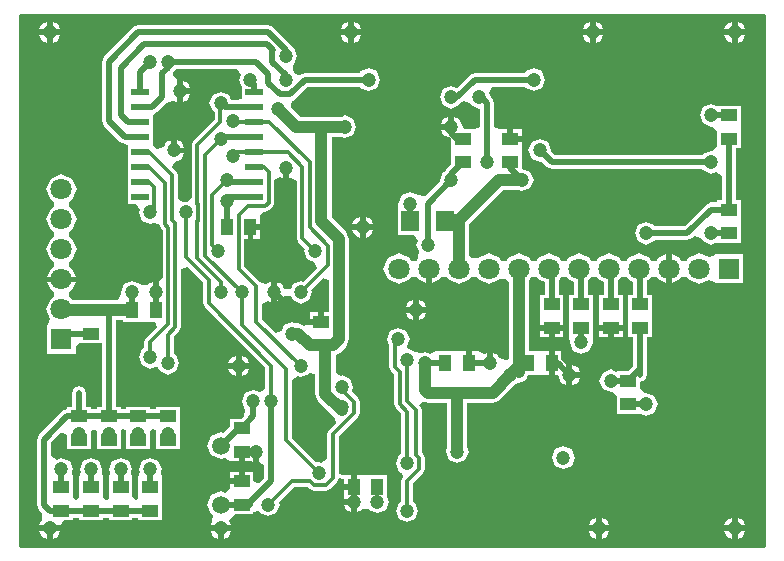
<source format=gbl>
G04 Layer_Physical_Order=2*
G04 Layer_Color=16711680*
%FSLAX42Y42*%
%MOMM*%
G71*
G01*
G75*
%ADD12R,1.40X1.00*%
%ADD13R,1.00X1.40*%
%ADD14R,1.50X1.70*%
%ADD16R,1.50X0.60*%
%ADD17C,1.00*%
%ADD18C,0.50*%
%ADD19C,0.30*%
%ADD20C,0.25*%
%ADD21R,1.80X1.80*%
%ADD22C,1.80*%
%ADD23C,1.50*%
%ADD24R,1.80X1.80*%
%ADD25C,1.20*%
G36*
X6300Y0D02*
X0D01*
Y4500D01*
X6300D01*
Y0D01*
D02*
G37*
%LPC*%
G36*
X6075Y4437D02*
Y4375D01*
X6137D01*
X6119Y4419D01*
X6075Y4437D01*
D02*
G37*
G36*
X6025D02*
X5981Y4419D01*
X5963Y4375D01*
X6025D01*
Y4437D01*
D02*
G37*
G36*
X4875D02*
Y4375D01*
X4937D01*
X4919Y4419D01*
X4875Y4437D01*
D02*
G37*
G36*
X4825D02*
X4781Y4419D01*
X4763Y4375D01*
X4825D01*
Y4437D01*
D02*
G37*
G36*
X2825D02*
Y4375D01*
X2887D01*
X2869Y4419D01*
X2825Y4437D01*
D02*
G37*
G36*
X2775D02*
X2731Y4419D01*
X2713Y4375D01*
X2775D01*
Y4437D01*
D02*
G37*
G36*
X275D02*
Y4375D01*
X337D01*
X319Y4419D01*
X275Y4437D01*
D02*
G37*
G36*
X225D02*
X181Y4419D01*
X163Y4375D01*
X225D01*
Y4437D01*
D02*
G37*
G36*
X6137Y4325D02*
X6075D01*
Y4263D01*
X6119Y4281D01*
X6137Y4325D01*
D02*
G37*
G36*
X6025D02*
X5963D01*
X5981Y4281D01*
X6025Y4263D01*
Y4325D01*
D02*
G37*
G36*
X4937D02*
X4875D01*
Y4263D01*
X4919Y4281D01*
X4937Y4325D01*
D02*
G37*
G36*
X4825D02*
X4763D01*
X4781Y4281D01*
X4825Y4263D01*
Y4325D01*
D02*
G37*
G36*
X2887D02*
X2825D01*
Y4263D01*
X2869Y4281D01*
X2887Y4325D01*
D02*
G37*
G36*
X2775D02*
X2713D01*
X2731Y4281D01*
X2775Y4263D01*
Y4325D01*
D02*
G37*
G36*
X337D02*
X275D01*
Y4263D01*
X319Y4281D01*
X337Y4325D01*
D02*
G37*
G36*
X225D02*
X163D01*
X181Y4281D01*
X225Y4263D01*
Y4325D01*
D02*
G37*
G36*
X4350Y4047D02*
X4281Y4019D01*
X4277Y4010D01*
X3850D01*
X3808Y3992D01*
X3695Y3879D01*
X3650Y3897D01*
X3581Y3869D01*
X3553Y3800D01*
X3581Y3731D01*
X3650Y3703D01*
X3719Y3731D01*
X3727Y3752D01*
X3742Y3758D01*
X3749Y3765D01*
X3808Y3753D01*
X3818Y3731D01*
X3887Y3703D01*
X3890Y3700D01*
Y3553D01*
X3850Y3530D01*
X3840Y3530D01*
X3761D01*
X3747Y3550D01*
X3719Y3619D01*
X3675Y3637D01*
Y3550D01*
X3650D01*
Y3525D01*
X3563D01*
X3581Y3481D01*
X3650Y3453D01*
Y3380D01*
X3650Y3370D01*
Y3330D01*
X3650Y3320D01*
Y3234D01*
X3608Y3192D01*
X3602Y3177D01*
X3581Y3169D01*
X3553Y3100D01*
X3556Y3091D01*
X3426Y2961D01*
X3369Y2969D01*
X3369Y2969D01*
X3300Y2997D01*
X3231Y2969D01*
X3207Y2912D01*
X3207Y2910D01*
X3207Y2910D01*
X3203Y2900D01*
X3195Y2865D01*
X3195Y2865D01*
Y2635D01*
X3334D01*
X3367Y2585D01*
X3353Y2550D01*
X3374Y2498D01*
X3368Y2442D01*
X3358Y2417D01*
X3308D01*
X3298Y2442D01*
X3206Y2480D01*
X3114Y2442D01*
X3076Y2350D01*
X3114Y2258D01*
X3206Y2220D01*
X3298Y2258D01*
X3308Y2283D01*
X3358D01*
X3368Y2258D01*
X3435Y2230D01*
Y2350D01*
X3485D01*
Y2230D01*
X3552Y2258D01*
X3562Y2283D01*
X3612D01*
X3622Y2258D01*
X3714Y2220D01*
X3806Y2258D01*
X3816Y2283D01*
X3866D01*
X3876Y2258D01*
X3968Y2220D01*
X4060Y2258D01*
X4115Y2262D01*
X4135Y2239D01*
Y1588D01*
X4115Y1572D01*
X4056Y1589D01*
X4044Y1619D01*
X4000Y1637D01*
Y1550D01*
X3950D01*
Y1637D01*
X3930Y1629D01*
X3880Y1650D01*
Y1650D01*
X3825D01*
Y1550D01*
X3775D01*
Y1650D01*
X3730D01*
X3720Y1650D01*
X3680D01*
X3670Y1650D01*
X3520D01*
X3520Y1650D01*
X3470Y1629D01*
X3425Y1647D01*
X3401Y1637D01*
X3344Y1644D01*
X3311Y1658D01*
X3276Y1677D01*
X3284Y1719D01*
X3297Y1750D01*
X3269Y1819D01*
X3200Y1847D01*
X3131Y1819D01*
X3103Y1750D01*
X3121Y1705D01*
Y1520D01*
X3136Y1486D01*
X3166Y1455D01*
Y1200D01*
X3181Y1166D01*
X3226Y1120D01*
Y777D01*
X3206Y769D01*
X3178Y700D01*
X3206Y631D01*
X3234Y620D01*
X3241Y586D01*
X3226Y552D01*
Y377D01*
X3206Y369D01*
X3178Y300D01*
X3206Y231D01*
X3275Y203D01*
X3344Y231D01*
X3372Y300D01*
X3344Y369D01*
X3324Y377D01*
Y531D01*
X3414Y622D01*
X3429Y657D01*
Y743D01*
X3414Y778D01*
X3399Y794D01*
Y1150D01*
X3384Y1184D01*
X3381Y1188D01*
X3409Y1230D01*
X3450Y1213D01*
X3613D01*
Y850D01*
X3618Y838D01*
X3603Y800D01*
X3631Y731D01*
X3700Y703D01*
X3769Y731D01*
X3797Y800D01*
X3782Y838D01*
X3787Y850D01*
Y1213D01*
X4000D01*
X4061Y1239D01*
X4193Y1370D01*
X4219Y1381D01*
X4221Y1386D01*
X4222Y1385D01*
X4283Y1411D01*
X4299Y1450D01*
X4370D01*
X4380Y1450D01*
X4420D01*
X4430Y1450D01*
X4475D01*
Y1550D01*
Y1650D01*
X4430D01*
X4420Y1650D01*
X4380D01*
X4370Y1650D01*
X4309D01*
Y2256D01*
X4314Y2258D01*
X4324Y2283D01*
X4374D01*
X4384Y2258D01*
X4440Y2235D01*
Y2130D01*
X4400D01*
Y1980D01*
X4400Y1970D01*
Y1930D01*
X4400Y1920D01*
Y1875D01*
X4500D01*
Y1850D01*
D01*
Y1875D01*
X4600D01*
Y1920D01*
X4600Y1930D01*
Y1970D01*
X4600Y1980D01*
Y2130D01*
X4560D01*
Y2255D01*
X4568Y2258D01*
X4578Y2283D01*
X4628D01*
X4638Y2258D01*
X4690Y2236D01*
Y2130D01*
X4650D01*
Y1980D01*
X4650Y1970D01*
Y1930D01*
X4650Y1920D01*
Y1770D01*
X4650D01*
X4653Y1725D01*
X4654Y1722D01*
X4681Y1656D01*
X4750Y1628D01*
X4819Y1656D01*
X4846Y1722D01*
X4847Y1725D01*
X4850Y1770D01*
X4850D01*
Y1920D01*
X4850Y1930D01*
Y1970D01*
X4850Y1980D01*
Y2130D01*
X4810D01*
Y2253D01*
X4822Y2258D01*
X4832Y2283D01*
X4882D01*
X4892Y2258D01*
X4940Y2238D01*
Y2130D01*
X4900D01*
Y1980D01*
X4900Y1970D01*
Y1930D01*
X4900Y1920D01*
Y1875D01*
X5000D01*
X5100D01*
Y1920D01*
X5100Y1930D01*
Y1970D01*
X5100Y1980D01*
Y2130D01*
X5060D01*
Y2251D01*
X5076Y2258D01*
X5086Y2283D01*
X5136D01*
X5146Y2258D01*
X5190Y2240D01*
Y2130D01*
X5150D01*
Y1980D01*
X5150Y1970D01*
Y1930D01*
X5150Y1920D01*
Y1770D01*
X5190D01*
Y1525D01*
X5146Y1480D01*
X5050D01*
Y1480D01*
X5047Y1478D01*
X5000Y1497D01*
X4931Y1469D01*
X4903Y1400D01*
X4931Y1331D01*
X5000Y1303D01*
X5011Y1307D01*
X5050Y1269D01*
Y1120D01*
X5250D01*
Y1120D01*
X5253Y1122D01*
X5300Y1103D01*
X5369Y1131D01*
X5397Y1200D01*
X5369Y1269D01*
X5300Y1297D01*
X5289Y1293D01*
X5250Y1331D01*
Y1390D01*
X5292Y1408D01*
X5310Y1450D01*
Y1770D01*
X5350D01*
Y1920D01*
X5350Y1930D01*
Y1970D01*
X5350Y1980D01*
Y2130D01*
X5310D01*
Y2250D01*
X5330Y2258D01*
X5340Y2283D01*
X5390D01*
X5400Y2258D01*
X5467Y2230D01*
Y2350D01*
Y2470D01*
X5400Y2442D01*
X5390Y2417D01*
X5340D01*
X5330Y2442D01*
X5238Y2480D01*
X5146Y2442D01*
X5136Y2417D01*
X5086D01*
X5076Y2442D01*
X4984Y2480D01*
X4892Y2442D01*
X4882Y2417D01*
X4832D01*
X4822Y2442D01*
X4730Y2480D01*
X4638Y2442D01*
X4628Y2417D01*
X4578D01*
X4568Y2442D01*
X4476Y2480D01*
X4384Y2442D01*
X4374Y2417D01*
X4324D01*
X4314Y2442D01*
X4222Y2480D01*
X4130Y2442D01*
X4120Y2417D01*
X4070D01*
X4060Y2442D01*
X3968Y2480D01*
X3876Y2442D01*
X3821Y2438D01*
X3801Y2461D01*
Y2728D01*
X4086Y3013D01*
X4224D01*
X4250Y3003D01*
X4319Y3031D01*
X4347Y3100D01*
X4319Y3169D01*
X4250Y3197D01*
Y3320D01*
X4250Y3330D01*
Y3370D01*
X4250Y3380D01*
Y3425D01*
X4150D01*
Y3450D01*
X4125D01*
Y3530D01*
X4060D01*
X4050Y3530D01*
X4010Y3553D01*
Y3750D01*
X3992Y3792D01*
X3984Y3800D01*
X3967Y3840D01*
X3999Y3890D01*
X4277D01*
X4281Y3881D01*
X4350Y3853D01*
X4419Y3881D01*
X4447Y3950D01*
X4419Y4019D01*
X4350Y4047D01*
D02*
G37*
G36*
X1000Y4410D02*
X958Y4392D01*
X708Y4142D01*
X690Y4100D01*
Y3600D01*
X708Y3558D01*
X844Y3421D01*
X886Y3404D01*
X912Y3396D01*
Y3319D01*
X912Y3276D01*
X912D01*
Y3269D01*
X912D01*
Y3192D01*
X912Y3150D01*
X912D01*
Y3142D01*
X912D01*
Y3065D01*
X912Y3023D01*
X912D01*
Y3015D01*
X912D01*
Y2895D01*
X978D01*
X1011Y2845D01*
X1003Y2825D01*
X1031Y2756D01*
X1100Y2728D01*
X1126Y2738D01*
X1176Y2725D01*
X1191Y2691D01*
X1206Y2675D01*
Y2269D01*
X1175Y2248D01*
Y2150D01*
X1125D01*
Y2237D01*
X1081Y2219D01*
X1077Y2209D01*
X1023D01*
X1019Y2219D01*
X950Y2247D01*
X881Y2219D01*
X853Y2150D01*
X858Y2137D01*
X825Y2087D01*
X446D01*
X442Y2096D01*
X417Y2106D01*
Y2156D01*
X442Y2166D01*
X470Y2233D01*
X350D01*
X230D01*
X258Y2166D01*
X283Y2156D01*
Y2106D01*
X258Y2096D01*
X220Y2004D01*
X255Y1920D01*
X235Y1870D01*
X230D01*
Y1630D01*
X470D01*
Y1682D01*
X500Y1720D01*
X690D01*
Y1180D01*
X650D01*
Y1160D01*
X600D01*
Y1180D01*
X560D01*
Y1300D01*
X542Y1342D01*
X500Y1360D01*
X458Y1342D01*
X440Y1300D01*
Y1180D01*
X400D01*
Y1160D01*
X358Y1142D01*
X358Y1142D01*
X158Y942D01*
X140Y900D01*
Y350D01*
X158Y308D01*
X189Y276D01*
X181Y219D01*
X181Y219D01*
X163Y175D01*
X342D01*
X373Y220D01*
X450D01*
Y240D01*
X500D01*
Y220D01*
X700D01*
Y240D01*
X750D01*
Y220D01*
X950D01*
Y240D01*
X1000D01*
Y220D01*
X1200D01*
Y370D01*
X1200Y380D01*
Y420D01*
X1200Y430D01*
Y580D01*
X1200D01*
X1189Y630D01*
X1197Y650D01*
X1169Y719D01*
X1100Y747D01*
X1031Y719D01*
X1003Y650D01*
X1011Y630D01*
X1000Y580D01*
X1000D01*
Y430D01*
X1000Y420D01*
Y401D01*
X980Y393D01*
X950Y412D01*
X950Y430D01*
Y580D01*
X950D01*
X939Y630D01*
X947Y650D01*
X919Y719D01*
X850Y747D01*
X781Y719D01*
X753Y650D01*
X761Y630D01*
X750Y580D01*
X750D01*
Y430D01*
X750Y420D01*
Y401D01*
X730Y393D01*
X700Y412D01*
X700Y430D01*
Y580D01*
X700D01*
X689Y630D01*
X697Y650D01*
X669Y719D01*
X600Y747D01*
X531Y719D01*
X503Y650D01*
X511Y630D01*
X500Y580D01*
X500D01*
Y430D01*
X500Y408D01*
X476Y395D01*
X450Y410D01*
Y420D01*
X450D01*
Y580D01*
X450D01*
X439Y630D01*
X447Y650D01*
X419Y719D01*
X350Y747D01*
X310Y731D01*
X260Y763D01*
Y875D01*
X350Y966D01*
X400Y945D01*
Y820D01*
X600D01*
Y970D01*
X600Y978D01*
X605Y983D01*
X615Y991D01*
X646Y981D01*
X650Y978D01*
Y820D01*
X850D01*
Y970D01*
X850Y978D01*
X855Y983D01*
X865Y991D01*
X896Y981D01*
X900Y978D01*
Y820D01*
X1100D01*
Y970D01*
X1100Y978D01*
X1105Y983D01*
X1115Y991D01*
X1146Y981D01*
X1150Y978D01*
Y820D01*
X1350D01*
Y970D01*
X1350Y980D01*
X1350D01*
Y1020D01*
X1350D01*
Y1180D01*
X1150D01*
Y1160D01*
X1100D01*
Y1180D01*
X900D01*
Y1160D01*
X850D01*
Y1180D01*
X810D01*
Y1913D01*
X870D01*
Y1900D01*
X1020D01*
X1030Y1900D01*
X1070D01*
X1080Y1900D01*
X1141D01*
X1160Y1854D01*
X1066Y1759D01*
X1051Y1725D01*
Y1677D01*
X1031Y1669D01*
X1003Y1600D01*
X1031Y1531D01*
X1100Y1503D01*
X1162Y1528D01*
X1181Y1481D01*
X1250Y1453D01*
X1319Y1481D01*
X1347Y1550D01*
X1319Y1619D01*
X1299Y1627D01*
Y1770D01*
X1349Y1821D01*
X1364Y1855D01*
Y2347D01*
X1414Y2367D01*
X1546Y2235D01*
Y2055D01*
X1561Y2021D01*
X2076Y1505D01*
Y1327D01*
X2027Y1301D01*
X1975Y1322D01*
X1906Y1294D01*
X1878Y1225D01*
X1906Y1156D01*
X1897Y1106D01*
X1871Y1080D01*
X1775D01*
Y1009D01*
X1721Y955D01*
X1700Y964D01*
X1620Y930D01*
X1586Y850D01*
X1620Y770D01*
X1700Y736D01*
X1733Y750D01*
X1775Y722D01*
Y720D01*
X1850D01*
Y800D01*
X1900D01*
Y720D01*
X1958D01*
X1975Y713D01*
Y800D01*
X2025D01*
Y712D01*
X2065Y685D01*
Y575D01*
X2021Y530D01*
X1975Y550D01*
Y630D01*
X1900D01*
Y550D01*
X1875D01*
Y525D01*
X1775D01*
Y487D01*
X1733Y450D01*
X1700Y464D01*
X1620Y430D01*
X1586Y350D01*
X1620Y270D01*
X1631Y265D01*
X1628Y212D01*
X1613Y175D01*
X1787D01*
X1772Y212D01*
X1771Y224D01*
X1818Y270D01*
X1975D01*
Y286D01*
X2025Y296D01*
X2031Y281D01*
X2100Y253D01*
X2169Y281D01*
X2197Y350D01*
X2189Y370D01*
X2320Y501D01*
X2430D01*
X2450Y481D01*
X2484Y467D01*
X2591D01*
X2625Y481D01*
X2684Y541D01*
X2692Y559D01*
X2699Y575D01*
X2745Y566D01*
X2745Y552D01*
X2745Y550D01*
Y525D01*
X2800D01*
Y600D01*
X2749D01*
X2745Y600D01*
X2699Y609D01*
X2699Y622D01*
Y930D01*
X2864Y1096D01*
X2879Y1130D01*
Y1220D01*
X2864Y1254D01*
X2807Y1312D01*
X2822Y1350D01*
X2794Y1419D01*
X2725Y1447D01*
X2713Y1443D01*
X2672Y1470D01*
Y1622D01*
X2711Y1639D01*
X2761Y1689D01*
X2787Y1750D01*
Y2600D01*
X2761Y2661D01*
X2637Y2786D01*
Y3463D01*
X2724D01*
X2750Y3453D01*
X2819Y3481D01*
X2847Y3550D01*
X2819Y3619D01*
X2750Y3647D01*
X2724Y3637D01*
X2371D01*
X2291Y3717D01*
X2290Y3725D01*
X2305Y3772D01*
X2306Y3773D01*
X2330Y3783D01*
X2437Y3890D01*
X2877D01*
X2881Y3881D01*
X2950Y3853D01*
X3019Y3881D01*
X3047Y3950D01*
X3019Y4019D01*
X2950Y4047D01*
X2881Y4019D01*
X2877Y4010D01*
X2413D01*
X2371Y3992D01*
X2326Y4001D01*
X2319Y4019D01*
X2309Y4023D01*
X2308Y4077D01*
X2319Y4081D01*
X2347Y4150D01*
X2319Y4219D01*
X2298Y4227D01*
X2292Y4242D01*
X2142Y4392D01*
X2100Y4410D01*
X1000D01*
X1000Y4410D01*
D02*
G37*
G36*
X3625Y3637D02*
X3581Y3619D01*
X3563Y3575D01*
X3625D01*
Y3637D01*
D02*
G37*
G36*
X4175Y3530D02*
Y3475D01*
X4250D01*
Y3530D01*
X4175D01*
D02*
G37*
G36*
X5850Y3747D02*
X5781Y3719D01*
X5753Y3650D01*
X5781Y3581D01*
X5850Y3553D01*
X5861Y3557D01*
X5900Y3519D01*
Y3381D01*
X5861Y3343D01*
X5850Y3347D01*
X5781Y3319D01*
X5777Y3310D01*
X4528D01*
X4497Y3348D01*
X4497Y3350D01*
X4469Y3419D01*
X4400Y3447D01*
X4331Y3419D01*
X4303Y3350D01*
X4331Y3281D01*
X4400Y3253D01*
X4409Y3256D01*
X4458Y3208D01*
X4500Y3190D01*
X5777D01*
X5781Y3181D01*
X5850Y3153D01*
X5890Y3169D01*
X5940Y3137D01*
Y2930D01*
X5900D01*
Y2910D01*
X5850D01*
X5808Y2892D01*
X5625Y2710D01*
X5373D01*
X5369Y2719D01*
X5300Y2747D01*
X5231Y2719D01*
X5203Y2650D01*
X5231Y2581D01*
X5300Y2553D01*
X5369Y2581D01*
X5373Y2590D01*
X5650D01*
X5692Y2608D01*
X5709Y2625D01*
X5768Y2613D01*
X5781Y2581D01*
X5850Y2553D01*
X5897Y2572D01*
X5900Y2570D01*
Y2570D01*
X6100D01*
Y2730D01*
X6100D01*
Y2770D01*
X6100D01*
Y2930D01*
X6060D01*
Y3370D01*
X6100D01*
Y3520D01*
X6100Y3530D01*
Y3570D01*
X6100Y3580D01*
Y3730D01*
X5900D01*
Y3730D01*
X5897Y3728D01*
X5850Y3747D01*
D02*
G37*
G36*
X2925Y2787D02*
Y2725D01*
X2987D01*
X2969Y2769D01*
X2925Y2787D01*
D02*
G37*
G36*
X2875D02*
X2831Y2769D01*
X2813Y2725D01*
X2875D01*
Y2787D01*
D02*
G37*
G36*
X2987Y2675D02*
X2925D01*
Y2613D01*
X2969Y2631D01*
X2987Y2675D01*
D02*
G37*
G36*
X2875D02*
X2813D01*
X2831Y2631D01*
X2875Y2613D01*
Y2675D01*
D02*
G37*
G36*
X5746Y2480D02*
X5654Y2442D01*
X5644Y2417D01*
X5594D01*
X5584Y2442D01*
X5517Y2470D01*
Y2350D01*
Y2230D01*
X5584Y2258D01*
X5594Y2283D01*
X5644D01*
X5654Y2258D01*
X5746Y2220D01*
X5830Y2255D01*
X5880Y2235D01*
Y2230D01*
X6120D01*
Y2470D01*
X5880D01*
Y2465D01*
X5830Y2445D01*
X5746Y2480D01*
D02*
G37*
G36*
X350Y3150D02*
X258Y3112D01*
X220Y3020D01*
X258Y2928D01*
X283Y2918D01*
Y2868D01*
X258Y2858D01*
X220Y2766D01*
X258Y2674D01*
X283Y2664D01*
Y2614D01*
X258Y2604D01*
X220Y2512D01*
X258Y2420D01*
X283Y2410D01*
Y2360D01*
X258Y2350D01*
X230Y2283D01*
X350D01*
X470D01*
X442Y2350D01*
X417Y2360D01*
Y2410D01*
X442Y2420D01*
X480Y2512D01*
X442Y2604D01*
X417Y2614D01*
Y2664D01*
X442Y2674D01*
X480Y2766D01*
X442Y2858D01*
X417Y2868D01*
Y2918D01*
X442Y2928D01*
X480Y3020D01*
X442Y3112D01*
X350Y3150D01*
D02*
G37*
G36*
X3375Y2087D02*
Y2025D01*
X3437D01*
X3419Y2069D01*
X3375Y2087D01*
D02*
G37*
G36*
X3325D02*
X3281Y2069D01*
X3263Y2025D01*
X3325D01*
Y2087D01*
D02*
G37*
G36*
X3437Y1975D02*
X3375D01*
Y1913D01*
X3419Y1931D01*
X3437Y1975D01*
D02*
G37*
G36*
X3325D02*
X3263D01*
X3281Y1931D01*
X3325Y1913D01*
Y1975D01*
D02*
G37*
G36*
X5100Y1825D02*
X5025D01*
Y1770D01*
X5100D01*
Y1825D01*
D02*
G37*
G36*
X4975D02*
X4900D01*
Y1770D01*
X4975D01*
Y1825D01*
D02*
G37*
G36*
X4600D02*
X4525D01*
Y1770D01*
X4600D01*
Y1825D01*
D02*
G37*
G36*
X4475D02*
X4400D01*
Y1770D01*
X4475D01*
Y1825D01*
D02*
G37*
G36*
X1875Y1612D02*
Y1550D01*
X1937D01*
X1919Y1594D01*
X1875Y1612D01*
D02*
G37*
G36*
X1825D02*
X1781Y1594D01*
X1763Y1550D01*
X1825D01*
Y1612D01*
D02*
G37*
G36*
X4675Y1537D02*
Y1475D01*
X4737D01*
X4719Y1519D01*
X4675Y1537D01*
D02*
G37*
G36*
X1937Y1500D02*
X1875D01*
Y1438D01*
X1919Y1456D01*
X1937Y1500D01*
D02*
G37*
G36*
X1825D02*
X1763D01*
X1781Y1456D01*
X1825Y1438D01*
Y1500D01*
D02*
G37*
G36*
X4737Y1425D02*
X4675D01*
Y1363D01*
X4719Y1381D01*
X4737Y1425D01*
D02*
G37*
G36*
X4525Y1650D02*
Y1550D01*
Y1450D01*
X4553D01*
X4553Y1450D01*
X4581Y1381D01*
X4625Y1363D01*
Y1450D01*
Y1542D01*
X4580Y1573D01*
Y1650D01*
X4525D01*
D02*
G37*
G36*
X4600Y847D02*
X4531Y819D01*
X4503Y750D01*
X4531Y681D01*
X4600Y653D01*
X4669Y681D01*
X4697Y750D01*
X4669Y819D01*
X4600Y847D01*
D02*
G37*
G36*
X2945Y600D02*
X2905D01*
X2895Y600D01*
X2850D01*
Y500D01*
X2825D01*
Y475D01*
X2745D01*
Y417D01*
X2738Y400D01*
X2825D01*
Y375D01*
X2850D01*
Y288D01*
X2894Y306D01*
X2898Y316D01*
X2952D01*
X2956Y306D01*
X3025Y278D01*
X3094Y306D01*
X3122Y375D01*
X3105Y417D01*
Y600D01*
X2955D01*
X2945Y600D01*
D02*
G37*
G36*
X1850Y630D02*
X1775D01*
Y575D01*
X1850D01*
Y630D01*
D02*
G37*
G36*
X2800Y350D02*
X2738D01*
X2756Y306D01*
X2800Y288D01*
Y350D01*
D02*
G37*
G36*
X6075Y237D02*
Y175D01*
X6137D01*
X6119Y219D01*
X6075Y237D01*
D02*
G37*
G36*
X6025D02*
X5981Y219D01*
X5963Y175D01*
X6025D01*
Y237D01*
D02*
G37*
G36*
X4925D02*
Y175D01*
X4987D01*
X4969Y219D01*
X4925Y237D01*
D02*
G37*
G36*
X4875D02*
X4831Y219D01*
X4813Y175D01*
X4875D01*
Y237D01*
D02*
G37*
G36*
X6137Y125D02*
X6075D01*
Y63D01*
X6119Y81D01*
X6137Y125D01*
D02*
G37*
G36*
X6025D02*
X5963D01*
X5981Y81D01*
X6025Y63D01*
Y125D01*
D02*
G37*
G36*
X4987D02*
X4925D01*
Y63D01*
X4969Y81D01*
X4987Y125D01*
D02*
G37*
G36*
X4875D02*
X4813D01*
X4831Y81D01*
X4875Y63D01*
Y125D01*
D02*
G37*
G36*
X1787D02*
X1725D01*
Y63D01*
X1769Y81D01*
X1787Y125D01*
D02*
G37*
G36*
X1675D02*
X1613D01*
X1631Y81D01*
X1675Y63D01*
Y125D01*
D02*
G37*
G36*
X337D02*
X275D01*
Y63D01*
X319Y81D01*
X337Y125D01*
D02*
G37*
G36*
X225D02*
X163D01*
X181Y81D01*
X225Y63D01*
Y125D01*
D02*
G37*
%LPD*%
G36*
X1869Y3990D02*
X1853Y3950D01*
X1878Y3890D01*
Y3785D01*
X1831Y3777D01*
X1786D01*
X1769Y3819D01*
X1700Y3847D01*
X1631Y3819D01*
X1603Y3750D01*
X1631Y3681D01*
X1646Y3675D01*
Y3615D01*
X1466Y3434D01*
X1451Y3400D01*
Y2946D01*
X1410Y2918D01*
X1400Y2922D01*
X1375Y2912D01*
X1334Y2940D01*
Y3140D01*
X1319Y3174D01*
X1287Y3206D01*
X1308Y3256D01*
X1369Y3281D01*
X1387Y3325D01*
X1300D01*
Y3350D01*
X1275D01*
Y3437D01*
X1231Y3419D01*
X1215Y3379D01*
X1160Y3359D01*
X1130Y3377D01*
X1122Y3403D01*
X1122D01*
Y3523D01*
X1122D01*
Y3531D01*
X1122D01*
Y3650D01*
X1160Y3675D01*
X1241Y3756D01*
X1248Y3761D01*
X1303Y3772D01*
X1325Y3763D01*
Y3850D01*
Y3958D01*
X1293Y3978D01*
X1291Y4004D01*
X1314Y4029D01*
X1319Y4031D01*
X1321Y4037D01*
X1324Y4040D01*
X1837D01*
X1869Y3990D01*
D02*
G37*
G36*
X2275Y3113D02*
X2291Y3120D01*
X2341Y3088D01*
Y2610D01*
X2356Y2576D01*
X2411Y2520D01*
X2403Y2500D01*
X2431Y2431D01*
X2492Y2406D01*
X2513Y2356D01*
X2395Y2239D01*
X2375Y2247D01*
X2306Y2219D01*
X2290Y2180D01*
X2236D01*
X2220Y2220D01*
X2176Y2238D01*
Y2151D01*
Y2064D01*
X2220Y2082D01*
X2236Y2120D01*
X2290D01*
X2306Y2081D01*
X2375Y2053D01*
X2444Y2081D01*
X2472Y2150D01*
X2464Y2170D01*
X2567Y2273D01*
X2613Y2254D01*
Y1980D01*
X2575D01*
Y1900D01*
X2525D01*
Y1980D01*
X2450D01*
Y1888D01*
X2400Y1866D01*
X2350Y1887D01*
X2331D01*
X2305Y1897D01*
X2236Y1869D01*
X2217Y1823D01*
X2161Y1807D01*
X2049Y1920D01*
Y2050D01*
X2099Y2075D01*
X2126Y2064D01*
Y2151D01*
Y2238D01*
X2093Y2224D01*
X2082Y2220D01*
X2034Y2234D01*
X1899Y2370D01*
Y2600D01*
X1925D01*
Y2700D01*
X1950D01*
Y2725D01*
X2030D01*
Y2800D01*
X2067Y2832D01*
X2076D01*
X2111Y2846D01*
X2137Y2872D01*
X2151Y2907D01*
Y3004D01*
Y3096D01*
X2201Y3123D01*
X2225Y3113D01*
Y3200D01*
X2275D01*
Y3113D01*
D02*
G37*
G36*
X2498Y1457D02*
Y1292D01*
X2524Y1231D01*
X2657Y1097D01*
X2666Y1084D01*
X2675Y1043D01*
X2616Y984D01*
X2601Y950D01*
Y742D01*
X2551Y708D01*
X2528Y718D01*
X2508Y710D01*
X2299Y919D01*
Y1405D01*
X2349Y1438D01*
X2375Y1428D01*
X2444Y1456D01*
X2448Y1467D01*
X2498Y1457D01*
D02*
G37*
%LPC*%
G36*
X1375Y3937D02*
Y3875D01*
X1437D01*
X1419Y3919D01*
X1375Y3937D01*
D02*
G37*
G36*
X1437Y3825D02*
X1375D01*
Y3763D01*
X1419Y3781D01*
X1437Y3825D01*
D02*
G37*
G36*
X1325Y3437D02*
Y3375D01*
X1387D01*
X1369Y3419D01*
X1325Y3437D01*
D02*
G37*
G36*
X2030Y2675D02*
X1975D01*
Y2600D01*
X2030D01*
Y2675D01*
D02*
G37*
%LPD*%
D12*
X1100Y500D02*
D03*
Y300D02*
D03*
X850Y500D02*
D03*
Y300D02*
D03*
X600D02*
D03*
Y500D02*
D03*
X350Y300D02*
D03*
Y500D02*
D03*
X500Y1100D02*
D03*
Y900D02*
D03*
X750Y1100D02*
D03*
Y900D02*
D03*
X1000D02*
D03*
Y1100D02*
D03*
X1250Y900D02*
D03*
Y1100D02*
D03*
X5000Y1850D02*
D03*
Y2050D02*
D03*
X3750Y3450D02*
D03*
Y3250D02*
D03*
X4150Y3450D02*
D03*
Y3250D02*
D03*
X2550Y1900D02*
D03*
Y1700D02*
D03*
X1875Y550D02*
D03*
Y350D02*
D03*
Y800D02*
D03*
Y1000D02*
D03*
X5150Y1400D02*
D03*
Y1200D02*
D03*
X4500Y1850D02*
D03*
Y2050D02*
D03*
X4750D02*
D03*
Y1850D02*
D03*
X5250Y2050D02*
D03*
Y1850D02*
D03*
X6000Y3650D02*
D03*
Y3450D02*
D03*
Y2650D02*
D03*
Y2850D02*
D03*
X600Y1800D02*
D03*
Y2000D02*
D03*
D13*
X2825Y500D02*
D03*
X3025D02*
D03*
X1150Y2000D02*
D03*
X950D02*
D03*
X1950Y2700D02*
D03*
X1750D02*
D03*
X3800Y1550D02*
D03*
X3600D02*
D03*
X4500D02*
D03*
X4300D02*
D03*
D14*
X3300Y2750D02*
D03*
X3600D02*
D03*
D16*
X1017Y2956D02*
D03*
Y3083D02*
D03*
Y3210D02*
D03*
Y3337D02*
D03*
Y3463D02*
D03*
Y3590D02*
D03*
Y3717D02*
D03*
X1983D02*
D03*
Y3590D02*
D03*
Y3463D02*
D03*
Y3337D02*
D03*
Y3210D02*
D03*
Y3083D02*
D03*
Y2956D02*
D03*
X1017Y3844D02*
D03*
X1983D02*
D03*
D17*
X2725Y1159D02*
Y1175D01*
X2721Y1156D02*
X2725Y1159D01*
X2585Y1292D02*
X2721Y1156D01*
X2550Y3550D02*
X2750D01*
X2550Y2750D02*
Y3550D01*
X2700Y1750D02*
Y2600D01*
X2550Y2750D02*
X2700Y2600D01*
X2650Y1700D02*
X2700Y1750D01*
X2585Y1292D02*
Y1665D01*
X2550Y1700D02*
X2585Y1665D01*
X2550Y1700D02*
X2650D01*
X750Y2000D02*
X950D01*
X354D02*
X750D01*
X350Y2004D02*
X354Y2000D01*
X2305Y1800D02*
X2350D01*
X2450Y1700D01*
X2550D01*
X3700Y1300D02*
X4000D01*
X3450D02*
X3700D01*
Y850D02*
Y1300D01*
X3714Y2350D02*
Y2764D01*
X3614D02*
X3714D01*
X4050Y3100D02*
X4250D01*
X3714Y2764D02*
X4050Y3100D01*
X3425Y1325D02*
Y1550D01*
Y1325D02*
X3450Y1300D01*
X4000D02*
X4150Y1450D01*
X2185Y3700D02*
X2335Y3550D01*
X2750D01*
X4150Y1450D02*
X4222Y1522D01*
Y1472D02*
Y2350D01*
D18*
X2250Y2850D02*
Y3200D01*
X3450Y2900D02*
X3650Y3100D01*
X3450Y2550D02*
Y2900D01*
X3450Y2550D02*
X3450D01*
X3450D02*
X3450Y2550D01*
X750Y1100D02*
Y2000D01*
X950Y2050D02*
Y2150D01*
X1150Y2050D02*
Y2150D01*
Y2050D02*
X1150Y2050D01*
X4550Y1550D02*
X4650Y1450D01*
X3300Y2750D02*
Y2900D01*
X1202Y3802D02*
Y4002D01*
X1118Y3717D02*
X1202Y3802D01*
X2200Y3825D02*
X2288D01*
X2100Y3925D02*
X2200Y3825D01*
X2100Y3925D02*
Y4000D01*
X2288Y3825D02*
X2413Y3950D01*
X2000Y4100D02*
X2100Y4000D01*
X1250Y4100D02*
X1250Y4100D01*
X2000D01*
X2413Y3950D02*
X2950D01*
X1983Y3844D02*
Y3917D01*
X1950Y3950D02*
X1983Y3917D01*
X2135Y4102D02*
X2250Y3987D01*
Y3950D02*
Y3987D01*
X2135Y4102D02*
Y4198D01*
X2137Y4200D01*
Y4200D01*
X2087Y4250D02*
X2137Y4200D01*
X1050Y4250D02*
X2087D01*
X2250Y4150D02*
Y4200D01*
X2100Y4350D02*
X2250Y4200D01*
X1000Y4350D02*
X2100D01*
X1875Y550D02*
Y800D01*
X2000D01*
X1950Y350D02*
Y375D01*
X2125Y550D02*
Y1225D01*
X1950Y375D02*
X2125Y550D01*
X1875Y350D02*
X1950D01*
X1700D02*
X1875D01*
X1975Y1100D02*
Y1225D01*
X1875Y1000D02*
X1975Y1100D01*
X1850Y1000D02*
X1875D01*
X1700Y850D02*
X1850Y1000D01*
X2825Y375D02*
Y500D01*
X3800Y1550D02*
X3975D01*
X3425D02*
X3600D01*
X4500Y2050D02*
Y2326D01*
X4476Y2350D02*
X4500Y2326D01*
X4750Y2050D02*
Y2330D01*
X4730Y2350D02*
X4750Y2330D01*
X5000Y2050D02*
Y2334D01*
X4984Y2350D02*
X5000Y2334D01*
X5250Y2050D02*
Y2338D01*
X5238Y2350D02*
X5250Y2338D01*
X4250Y1550D02*
X4300D01*
X4500D02*
X4550D01*
X5000Y1400D02*
X5150D01*
Y1200D02*
X5300D01*
X3700Y2336D02*
X3714Y2350D01*
X1756Y2956D02*
X1983D01*
X1750Y3100D02*
X1767Y3083D01*
X1983D01*
X1750Y2950D02*
X1756Y2956D01*
X1750Y2925D02*
Y2950D01*
X1017Y3717D02*
X1118D01*
X910Y3590D02*
X1017D01*
X850Y3650D02*
X910Y3590D01*
X886Y3463D02*
X1017D01*
X750Y3600D02*
X886Y3463D01*
X1733Y3717D02*
X1983D01*
X1700Y3750D02*
X1733Y3717D01*
X1714Y3463D02*
X1983D01*
X1700Y3450D02*
X1714Y3463D01*
X4150Y3200D02*
X4250Y3100D01*
X4150Y3200D02*
Y3250D01*
X3700Y3450D02*
X3750D01*
X3650Y3150D02*
X3750Y3250D01*
X3650Y3100D02*
Y3150D01*
Y3500D02*
X3700Y3450D01*
X3650Y3500D02*
Y3550D01*
X3950Y3250D02*
Y3750D01*
X3900Y3800D02*
X3950Y3750D01*
X3887Y3800D02*
X3900D01*
X5850Y3650D02*
X6000D01*
X5850Y2650D02*
X6000D01*
X4400Y3350D02*
X4500Y3250D01*
X4500D02*
X5850D01*
X5300Y2650D02*
X5650D01*
X5850Y2850D01*
X6000D01*
Y3450D01*
X4222Y1522D02*
X4250Y1550D01*
X2402Y1900D02*
X2550D01*
X750Y3600D02*
Y4100D01*
X850Y3650D02*
Y4050D01*
X1017Y3844D02*
Y4017D01*
X750Y4100D02*
X1000Y4350D01*
X850Y4050D02*
X1050Y4250D01*
X1017Y4017D02*
X1100Y4100D01*
X1250Y4050D02*
Y4100D01*
X1202Y4002D02*
X1250Y4050D01*
X2151Y2151D02*
X2402Y1900D01*
X4750Y1725D02*
Y1850D01*
X5150Y1400D02*
X5250Y1500D01*
Y1450D02*
Y1850D01*
X1750Y2700D02*
Y2925D01*
X3650Y3800D02*
X3700D01*
X3850Y3950D01*
X4350D01*
X1100Y500D02*
Y650D01*
X850Y500D02*
Y650D01*
X600Y500D02*
Y650D01*
X350Y500D02*
Y650D01*
Y300D02*
X600D01*
X850D01*
X1100D01*
X250D02*
X350D01*
X200Y350D02*
X250Y300D01*
X500Y1100D02*
X750D01*
X1000D01*
X1250D01*
X200Y350D02*
Y900D01*
X400Y1100D01*
X500D02*
Y1300D01*
X400Y1100D02*
X400D01*
X500D01*
X400Y1800D02*
X600D01*
X350Y1750D02*
X400Y1800D01*
D19*
X2250Y898D02*
Y1500D01*
X2830Y1130D02*
Y1220D01*
X2650Y950D02*
X2830Y1130D01*
X2650Y575D02*
Y950D01*
X2591Y516D02*
X2650Y575D01*
X2484Y516D02*
X2591D01*
X2450Y550D02*
X2484Y516D01*
X2300Y550D02*
X2450D01*
X2100Y350D02*
X2300Y550D01*
X2250Y898D02*
X2528Y621D01*
X2725Y1325D02*
X2830Y1220D01*
X2725Y1325D02*
Y1350D01*
X2103Y3004D02*
Y3172D01*
X2066Y3210D02*
X2103Y3172D01*
X2390Y2610D02*
Y3210D01*
X2264Y3337D02*
X2390Y3210D01*
X1983Y3337D02*
X2264D01*
X2000Y1900D02*
Y2200D01*
X1850Y2350D02*
X2000Y2200D01*
X1850Y2350D02*
Y2800D01*
X1565Y2460D02*
X1875Y2150D01*
X1850Y2800D02*
X1931Y2881D01*
X2076D01*
X2103Y2907D01*
Y3004D01*
X2000Y1900D02*
X2375Y1525D01*
X1100Y2825D02*
X1137Y2862D01*
Y3038D01*
X1093Y3083D02*
X1137Y3038D01*
X1017Y3083D02*
X1093D01*
X1089Y3337D02*
X1285Y3140D01*
Y2765D02*
Y3140D01*
Y2765D02*
X1315Y2735D01*
X1090Y3210D02*
X1225Y3075D01*
Y2725D02*
Y3075D01*
Y2725D02*
X1255Y2695D01*
Y1880D02*
Y2695D01*
X1315Y1855D02*
Y2735D01*
X1017Y3337D02*
X1089D01*
X1250Y1790D02*
X1315Y1855D01*
X1250Y1550D02*
Y1790D01*
X1017Y3210D02*
X1090D01*
X1100Y1725D02*
X1255Y1880D01*
X1100Y1600D02*
Y1725D01*
X1400Y2450D02*
Y2825D01*
Y2450D02*
X1400Y2450D01*
X1595Y2255D01*
X1625Y2550D02*
Y2975D01*
X1565Y2460D02*
Y3315D01*
X1500Y2898D02*
X1505Y2893D01*
Y2757D02*
Y2893D01*
X1500Y2752D02*
X1505Y2757D01*
X1500Y2898D02*
Y3400D01*
Y2440D02*
Y2752D01*
X1983Y3210D02*
X2066D01*
X1595Y2055D02*
Y2255D01*
Y2055D02*
X2125Y1525D01*
X1500Y3400D02*
X1695Y3595D01*
X1500Y2440D02*
X1700Y2240D01*
X1565Y3315D02*
X1700Y3450D01*
X1625Y2975D02*
X1750Y3100D01*
X1625Y2550D02*
X1675Y2500D01*
X1700Y2150D02*
Y2240D01*
X2605Y2380D02*
Y2545D01*
X2450Y2700D02*
X2605Y2545D01*
X2390Y2610D02*
X2500Y2500D01*
X2450Y2700D02*
Y3250D01*
X2425Y3275D02*
X2450Y3250D01*
X2375Y2150D02*
X2605Y2380D01*
X1875Y1875D02*
Y2150D01*
Y1875D02*
X2250Y1500D01*
X2125Y1225D02*
Y1525D01*
X1695Y3745D02*
X1700Y3750D01*
X1695Y3595D02*
Y3745D01*
X1836Y3337D02*
X1983D01*
X1800Y3300D02*
X1836Y3337D01*
X2109Y3590D02*
X2425Y3275D01*
X1983Y3590D02*
X2109D01*
X1809D02*
X1983D01*
X1800Y3600D02*
X1809Y3590D01*
X2425Y3275D02*
Y3275D01*
X3275Y300D02*
Y552D01*
X3350Y773D02*
Y1150D01*
Y773D02*
X3380Y743D01*
Y657D02*
Y743D01*
X3275Y552D02*
X3380Y657D01*
X3275Y1225D02*
X3350Y1150D01*
X3170Y1720D02*
X3200Y1750D01*
X3170Y1520D02*
Y1720D01*
X3275Y700D02*
Y1140D01*
X3215Y1200D02*
X3275Y1140D01*
X3215Y1200D02*
Y1475D01*
X3170Y1520D02*
X3215Y1475D01*
X3275Y1225D02*
Y1575D01*
D20*
X0Y0D02*
Y4500D01*
X6300D01*
Y0D02*
Y4500D01*
X0Y0D02*
X6300D01*
D21*
X350Y1750D02*
D03*
D22*
Y2004D02*
D03*
Y2258D02*
D03*
Y2512D02*
D03*
Y2766D02*
D03*
Y3020D02*
D03*
X5746Y2350D02*
D03*
X5492D02*
D03*
X5238D02*
D03*
X4984D02*
D03*
X4730D02*
D03*
X3968D02*
D03*
X4222D02*
D03*
X4476D02*
D03*
X3206D02*
D03*
X3460D02*
D03*
X3714D02*
D03*
D23*
X1700Y850D02*
D03*
Y350D02*
D03*
D24*
X6000Y2350D02*
D03*
D25*
X1300Y3350D02*
D03*
X2900Y2700D02*
D03*
X3350Y2000D02*
D03*
X4900Y150D02*
D03*
X1700D02*
D03*
X4850Y4350D02*
D03*
X2800D02*
D03*
X250Y150D02*
D03*
Y4350D02*
D03*
X6050Y150D02*
D03*
Y4350D02*
D03*
X2250Y3200D02*
D03*
X1100Y2825D02*
D03*
X1400Y2825D02*
D03*
X1675Y2500D02*
D03*
X2500D02*
D03*
X3450Y2550D02*
D03*
X2528Y621D02*
D03*
X2725Y1175D02*
D03*
Y1350D02*
D03*
X2305Y1800D02*
D03*
X950Y2150D02*
D03*
X1150D02*
D03*
X4650Y1450D02*
D03*
X3700Y800D02*
D03*
X3300Y2900D02*
D03*
X1250Y1550D02*
D03*
X1100Y1600D02*
D03*
X1700Y2150D02*
D03*
X1875D02*
D03*
X2950Y3950D02*
D03*
X1950D02*
D03*
X2375Y1525D02*
D03*
Y2150D02*
D03*
X1850Y1525D02*
D03*
X2825Y375D02*
D03*
X3025D02*
D03*
X3275Y700D02*
D03*
X3200Y1750D02*
D03*
X3275Y300D02*
D03*
Y1575D02*
D03*
X3975Y1550D02*
D03*
X3425D02*
D03*
X2000Y800D02*
D03*
X2100Y350D02*
D03*
X2125Y1225D02*
D03*
X1975D02*
D03*
X4150Y1450D02*
D03*
X5000Y1400D02*
D03*
X5300Y1200D02*
D03*
X4600Y750D02*
D03*
X1750Y3100D02*
D03*
Y2925D02*
D03*
X1250Y4100D02*
D03*
X2250Y3950D02*
D03*
X2250Y4150D02*
D03*
X1800Y3300D02*
D03*
X1700Y3450D02*
D03*
X1800Y3600D02*
D03*
X1700Y3750D02*
D03*
X2185Y3700D02*
D03*
X2750Y3550D02*
D03*
X4350Y3950D02*
D03*
X4250Y3100D02*
D03*
X3650D02*
D03*
Y3550D02*
D03*
X3950Y3250D02*
D03*
X3887Y3800D02*
D03*
X5850Y3650D02*
D03*
Y2650D02*
D03*
X4400Y3350D02*
D03*
X5850Y3250D02*
D03*
X5300Y2650D02*
D03*
X1350Y3850D02*
D03*
X1100Y4100D02*
D03*
X2151Y2151D02*
D03*
X4750Y1725D02*
D03*
X3650Y3800D02*
D03*
X1100Y650D02*
D03*
X850D02*
D03*
X600D02*
D03*
X350D02*
D03*
X1000Y950D02*
D03*
X750D02*
D03*
X500D02*
D03*
X1250D02*
D03*
X2250Y2950D02*
D03*
X1450Y800D02*
D03*
X3150Y1050D02*
D03*
X1550Y1650D02*
D03*
M02*

</source>
